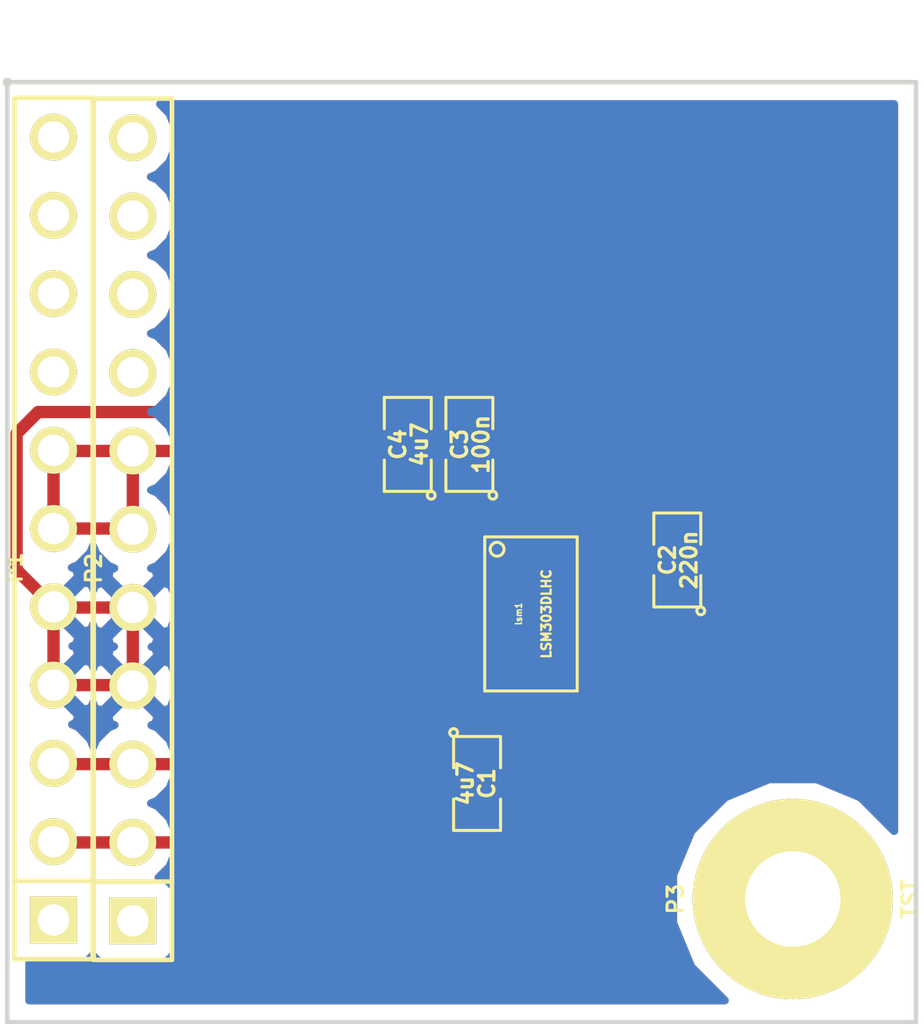
<source format=kicad_pcb>
(kicad_pcb (version 3) (host pcbnew "(2013-07-07 BZR 4022)-stable")

  (general
    (links 23)
    (no_connects 0)
    (area 127.606667 112.000001 242.964763 190.8)
    (thickness 1.6)
    (drawings 10)
    (tracks 72)
    (zones 0)
    (modules 8)
    (nets 8)
  )

  (page A3)
  (layers
    (15 F.Cu signal)
    (0 B.Cu signal)
    (16 B.Adhes user)
    (17 F.Adhes user)
    (18 B.Paste user)
    (19 F.Paste user)
    (20 B.SilkS user)
    (21 F.SilkS user)
    (22 B.Mask user)
    (23 F.Mask user)
    (24 Dwgs.User user)
    (25 Cmts.User user)
    (26 Eco1.User user)
    (27 Eco2.User user)
    (28 Edge.Cuts user)
  )

  (setup
    (last_trace_width 0.4)
    (user_trace_width 0.4)
    (user_trace_width 0.5)
    (user_trace_width 0.6)
    (user_trace_width 0.8)
    (trace_clearance 0.2)
    (zone_clearance 0.508)
    (zone_45_only no)
    (trace_min 0.1524)
    (segment_width 0.2)
    (edge_width 0.15)
    (via_size 0.9)
    (via_drill 0.6)
    (via_min_size 0.8)
    (via_min_drill 0.5)
    (uvia_size 0.5)
    (uvia_drill 0.1)
    (uvias_allowed no)
    (uvia_min_size 0.5)
    (uvia_min_drill 0.1)
    (pcb_text_width 0.3)
    (pcb_text_size 1 1)
    (mod_edge_width 0.15)
    (mod_text_size 1 1)
    (mod_text_width 0.15)
    (pad_size 1.5 1.5)
    (pad_drill 1)
    (pad_to_mask_clearance 0)
    (aux_axis_origin 143.5 136.5)
    (visible_elements 7FFFFFFF)
    (pcbplotparams
      (layerselection 180387841)
      (usegerberextensions true)
      (excludeedgelayer true)
      (linewidth 0.150000)
      (plotframeref false)
      (viasonmask false)
      (mode 1)
      (useauxorigin false)
      (hpglpennumber 1)
      (hpglpenspeed 20)
      (hpglpendiameter 15)
      (hpglpenoverlay 2)
      (psnegative false)
      (psa4output false)
      (plotreference false)
      (plotvalue false)
      (plotothertext false)
      (plotinvisibletext false)
      (padsonsilk false)
      (subtractmaskfromsilk false)
      (outputformat 1)
      (mirror false)
      (drillshape 0)
      (scaleselection 1)
      (outputdirectory ../../../_temp/main-board-2/gerber))
  )

  (net 0 "")
  (net 1 /scl-int)
  (net 2 /sda-int)
  (net 3 GND)
  (net 4 N-0000020)
  (net 5 N-0000021)
  (net 6 N-0000022)
  (net 7 VDD)

  (net_class Default "This is the default net class."
    (clearance 0.2)
    (trace_width 0.254)
    (via_dia 0.9)
    (via_drill 0.6)
    (uvia_dia 0.5)
    (uvia_drill 0.1)
    (add_net "")
    (add_net /scl-int)
    (add_net /sda-int)
    (add_net GND)
    (add_net N-0000020)
    (add_net N-0000021)
    (add_net N-0000022)
    (add_net VDD)
  )

  (net_class Power ""
    (clearance 0.2)
    (trace_width 0.5)
    (via_dia 1)
    (via_drill 0.7)
    (uvia_dia 0.5)
    (uvia_drill 0.1)
  )

  (module PIN_ARRAY-11X1 (layer F.Cu) (tedit 521A4AAF) (tstamp 52B5CE36)
    (at 147.574 152.273 90)
    (descr "Connecteur 6 pins")
    (tags "CONN DEV")
    (path /52B891BD)
    (fp_text reference P2 (at 0 -1.27 90) (layer F.SilkS)
      (effects (font (size 0.5 0.5) (thickness 0.1)))
    )
    (fp_text value "cross board conn" (at 0 1.27 90) (layer F.SilkS) hide
      (effects (font (size 0.5 0.5) (thickness 0.1)))
    )
    (fp_line (start -12.7 -1.27) (end 15.24 -1.27) (layer F.SilkS) (width 0.15))
    (fp_line (start 15.24 -1.27) (end 15.24 1.27) (layer F.SilkS) (width 0.15))
    (fp_line (start 15.24 1.27) (end -12.7 1.27) (layer F.SilkS) (width 0.15))
    (fp_line (start -10.16 -1.27) (end -10.16 1.27) (layer F.SilkS) (width 0.15))
    (fp_line (start -12.7 1.27) (end -12.7 -1.27) (layer F.SilkS) (width 0.15))
    (pad 1 thru_hole rect (at -11.43 0 90) (size 1.524 1.524) (drill 1.016)
      (layers *.Cu *.Mask F.SilkS)
    )
    (pad 2 thru_hole circle (at -8.89 0 90) (size 1.524 1.524) (drill 1.016)
      (layers *.Cu *.Mask F.SilkS)
      (net 2 /sda-int)
    )
    (pad 3 thru_hole circle (at -6.35 0 90) (size 1.524 1.524) (drill 1.016)
      (layers *.Cu *.Mask F.SilkS)
      (net 1 /scl-int)
    )
    (pad 4 thru_hole circle (at -3.81 0 90) (size 1.524 1.524) (drill 1.016)
      (layers *.Cu *.Mask F.SilkS)
      (net 3 GND)
    )
    (pad 5 thru_hole circle (at -1.27 0 90) (size 1.524 1.524) (drill 1.016)
      (layers *.Cu *.Mask F.SilkS)
      (net 3 GND)
    )
    (pad 6 thru_hole circle (at 1.27 0 90) (size 1.524 1.524) (drill 1.016)
      (layers *.Cu *.Mask F.SilkS)
      (net 7 VDD)
    )
    (pad 7 thru_hole circle (at 3.81 0 90) (size 1.524 1.524) (drill 1.015)
      (layers *.Cu *.Mask F.SilkS)
      (net 7 VDD)
    )
    (pad 8 thru_hole circle (at 6.35 0 90) (size 1.524 1.524) (drill 1.015)
      (layers *.Cu *.Mask F.SilkS)
    )
    (pad 9 thru_hole circle (at 8.89 0 90) (size 1.524 1.524) (drill 1.016)
      (layers *.Cu *.Mask F.SilkS)
    )
    (pad 10 thru_hole circle (at 11.43 0 90) (size 1.524 1.524) (drill 1.016)
      (layers *.Cu *.Mask F.SilkS)
    )
    (pad 11 thru_hole circle (at 13.97 0 90) (size 1.524 1.524) (drill 1.016)
      (layers *.Cu *.Mask F.SilkS)
    )
    (model pin_array/pins_array_6x1.wrl
      (at (xyz 0 0 0))
      (scale (xyz 1 1 1))
      (rotate (xyz 0 0 0))
    )
  )

  (module SM0805 (layer F.Cu) (tedit 5091495C) (tstamp 52B883DD)
    (at 158.75 159.25 270)
    (path /52B88C05)
    (attr smd)
    (fp_text reference C1 (at 0 -0.3175 270) (layer F.SilkS)
      (effects (font (size 0.50038 0.50038) (thickness 0.10922)))
    )
    (fp_text value 4u7 (at 0 0.381 270) (layer F.SilkS)
      (effects (font (size 0.50038 0.50038) (thickness 0.10922)))
    )
    (fp_circle (center -1.651 0.762) (end -1.651 0.635) (layer F.SilkS) (width 0.09906))
    (fp_line (start -0.508 0.762) (end -1.524 0.762) (layer F.SilkS) (width 0.09906))
    (fp_line (start -1.524 0.762) (end -1.524 -0.762) (layer F.SilkS) (width 0.09906))
    (fp_line (start -1.524 -0.762) (end -0.508 -0.762) (layer F.SilkS) (width 0.09906))
    (fp_line (start 0.508 -0.762) (end 1.524 -0.762) (layer F.SilkS) (width 0.09906))
    (fp_line (start 1.524 -0.762) (end 1.524 0.762) (layer F.SilkS) (width 0.09906))
    (fp_line (start 1.524 0.762) (end 0.508 0.762) (layer F.SilkS) (width 0.09906))
    (pad 1 smd rect (at -0.9525 0 270) (size 0.889 1.397)
      (layers F.Cu F.Paste F.Mask)
      (net 5 N-0000021)
    )
    (pad 2 smd rect (at 0.9525 0 270) (size 0.889 1.397)
      (layers F.Cu F.Paste F.Mask)
      (net 3 GND)
    )
    (model smd/chip_cms.wrl
      (at (xyz 0 0 0))
      (scale (xyz 0.1 0.1 0.1))
      (rotate (xyz 0 0 0))
    )
  )

  (module SM0805 (layer F.Cu) (tedit 5091495C) (tstamp 52B883EA)
    (at 156.5 148.25 90)
    (path /52B88C0B)
    (attr smd)
    (fp_text reference C4 (at 0 -0.3175 90) (layer F.SilkS)
      (effects (font (size 0.50038 0.50038) (thickness 0.10922)))
    )
    (fp_text value 4u7 (at 0 0.381 90) (layer F.SilkS)
      (effects (font (size 0.50038 0.50038) (thickness 0.10922)))
    )
    (fp_circle (center -1.651 0.762) (end -1.651 0.635) (layer F.SilkS) (width 0.09906))
    (fp_line (start -0.508 0.762) (end -1.524 0.762) (layer F.SilkS) (width 0.09906))
    (fp_line (start -1.524 0.762) (end -1.524 -0.762) (layer F.SilkS) (width 0.09906))
    (fp_line (start -1.524 -0.762) (end -0.508 -0.762) (layer F.SilkS) (width 0.09906))
    (fp_line (start 0.508 -0.762) (end 1.524 -0.762) (layer F.SilkS) (width 0.09906))
    (fp_line (start 1.524 -0.762) (end 1.524 0.762) (layer F.SilkS) (width 0.09906))
    (fp_line (start 1.524 0.762) (end 0.508 0.762) (layer F.SilkS) (width 0.09906))
    (pad 1 smd rect (at -0.9525 0 90) (size 0.889 1.397)
      (layers F.Cu F.Paste F.Mask)
      (net 7 VDD)
    )
    (pad 2 smd rect (at 0.9525 0 90) (size 0.889 1.397)
      (layers F.Cu F.Paste F.Mask)
      (net 3 GND)
    )
    (model smd/chip_cms.wrl
      (at (xyz 0 0 0))
      (scale (xyz 0.1 0.1 0.1))
      (rotate (xyz 0 0 0))
    )
  )

  (module SM0805 (layer F.Cu) (tedit 5091495C) (tstamp 52B883F7)
    (at 158.5 148.25 90)
    (path /52B88C11)
    (attr smd)
    (fp_text reference C3 (at 0 -0.3175 90) (layer F.SilkS)
      (effects (font (size 0.50038 0.50038) (thickness 0.10922)))
    )
    (fp_text value 100n (at 0 0.381 90) (layer F.SilkS)
      (effects (font (size 0.50038 0.50038) (thickness 0.10922)))
    )
    (fp_circle (center -1.651 0.762) (end -1.651 0.635) (layer F.SilkS) (width 0.09906))
    (fp_line (start -0.508 0.762) (end -1.524 0.762) (layer F.SilkS) (width 0.09906))
    (fp_line (start -1.524 0.762) (end -1.524 -0.762) (layer F.SilkS) (width 0.09906))
    (fp_line (start -1.524 -0.762) (end -0.508 -0.762) (layer F.SilkS) (width 0.09906))
    (fp_line (start 0.508 -0.762) (end 1.524 -0.762) (layer F.SilkS) (width 0.09906))
    (fp_line (start 1.524 -0.762) (end 1.524 0.762) (layer F.SilkS) (width 0.09906))
    (fp_line (start 1.524 0.762) (end 0.508 0.762) (layer F.SilkS) (width 0.09906))
    (pad 1 smd rect (at -0.9525 0 90) (size 0.889 1.397)
      (layers F.Cu F.Paste F.Mask)
      (net 7 VDD)
    )
    (pad 2 smd rect (at 0.9525 0 90) (size 0.889 1.397)
      (layers F.Cu F.Paste F.Mask)
      (net 3 GND)
    )
    (model smd/chip_cms.wrl
      (at (xyz 0 0 0))
      (scale (xyz 0.1 0.1 0.1))
      (rotate (xyz 0 0 0))
    )
  )

  (module SM0805 (layer F.Cu) (tedit 5091495C) (tstamp 52B88404)
    (at 165.25 152 90)
    (path /52B88C1B)
    (attr smd)
    (fp_text reference C2 (at 0 -0.3175 90) (layer F.SilkS)
      (effects (font (size 0.50038 0.50038) (thickness 0.10922)))
    )
    (fp_text value 220n (at 0 0.381 90) (layer F.SilkS)
      (effects (font (size 0.50038 0.50038) (thickness 0.10922)))
    )
    (fp_circle (center -1.651 0.762) (end -1.651 0.635) (layer F.SilkS) (width 0.09906))
    (fp_line (start -0.508 0.762) (end -1.524 0.762) (layer F.SilkS) (width 0.09906))
    (fp_line (start -1.524 0.762) (end -1.524 -0.762) (layer F.SilkS) (width 0.09906))
    (fp_line (start -1.524 -0.762) (end -0.508 -0.762) (layer F.SilkS) (width 0.09906))
    (fp_line (start 0.508 -0.762) (end 1.524 -0.762) (layer F.SilkS) (width 0.09906))
    (fp_line (start 1.524 -0.762) (end 1.524 0.762) (layer F.SilkS) (width 0.09906))
    (fp_line (start 1.524 0.762) (end 0.508 0.762) (layer F.SilkS) (width 0.09906))
    (pad 1 smd rect (at -0.9525 0 90) (size 0.889 1.397)
      (layers F.Cu F.Paste F.Mask)
      (net 4 N-0000020)
    )
    (pad 2 smd rect (at 0.9525 0 90) (size 0.889 1.397)
      (layers F.Cu F.Paste F.Mask)
      (net 6 N-0000022)
    )
    (model smd/chip_cms.wrl
      (at (xyz 0 0 0))
      (scale (xyz 0.1 0.1 0.1))
      (rotate (xyz 0 0 0))
    )
  )

  (module lga14-0.3mm (layer F.Cu) (tedit 513CCA69) (tstamp 52B8841B)
    (at 160.5 153.75 90)
    (path /52B88BFF)
    (solder_mask_margin 0.1397)
    (solder_paste_margin 0.1397)
    (clearance 0.1397)
    (fp_text reference lsm1 (at 0 -0.39878 90) (layer F.SilkS)
      (effects (font (size 0.20066 0.20066) (thickness 0.0508)))
    )
    (fp_text value LSM303DLHC (at 0 0.50038 90) (layer F.SilkS)
      (effects (font (size 0.29972 0.29972) (thickness 0.0762)))
    )
    (fp_line (start -2.49936 -1.50114) (end 2.49936 -1.50114) (layer F.SilkS) (width 0.09906))
    (fp_line (start 2.49936 -1.50114) (end 2.49936 1.50114) (layer F.SilkS) (width 0.09906))
    (fp_line (start 2.49936 1.50114) (end -2.49936 1.50114) (layer F.SilkS) (width 0.09906))
    (fp_line (start -2.49936 1.50114) (end -2.49936 -1.50114) (layer F.SilkS) (width 0.09906))
    (fp_circle (center 2.09804 -1.09982) (end 2.2987 -1.20142) (layer F.SilkS) (width 0.09906))
    (pad 11 smd rect (at 0.39878 1.6002 90) (size 0.29972 1.99898)
      (layers F.Cu F.Paste F.Mask)
      (net 3 GND)
    )
    (pad 10 smd rect (at -0.39878 1.6002 90) (size 0.29972 1.99898)
      (layers F.Cu F.Paste F.Mask)
      (net 3 GND)
    )
    (pad 9 smd rect (at -1.19888 1.6002 90) (size 0.29972 1.99898)
      (layers F.Cu F.Paste F.Mask)
    )
    (pad 8 smd rect (at -1.99898 1.6002 90) (size 0.29972 1.99898)
      (layers F.Cu F.Paste F.Mask)
    )
    (pad 12 smd rect (at 1.19888 1.6002 90) (size 0.29972 1.99898)
      (layers F.Cu F.Paste F.Mask)
      (net 4 N-0000020)
    )
    (pad 13 smd rect (at 1.99898 1.6002 90) (size 0.29972 1.99898)
      (layers F.Cu F.Paste F.Mask)
      (net 6 N-0000022)
    )
    (pad 14 smd rect (at 2.60096 0 90) (size 1.99898 0.29972)
      (layers F.Cu F.Paste F.Mask)
      (net 7 VDD)
    )
    (pad 4 smd rect (at -0.39878 -1.6002 90) (size 0.29972 1.99898)
      (layers F.Cu F.Paste F.Mask)
    )
    (pad 3 smd rect (at 0.39878 -1.6002 90) (size 0.29972 1.99898)
      (layers F.Cu F.Paste F.Mask)
      (net 2 /sda-int)
    )
    (pad 2 smd rect (at 1.19888 -1.6002 90) (size 0.29972 1.99898)
      (layers F.Cu F.Paste F.Mask)
      (net 1 /scl-int)
    )
    (pad 1 smd rect (at 1.99898 -1.6002 90) (size 0.29972 1.99898)
      (layers F.Cu F.Paste F.Mask)
      (net 7 VDD)
    )
    (pad 5 smd rect (at -1.19888 -1.6002 90) (size 0.29972 1.99898)
      (layers F.Cu F.Paste F.Mask)
    )
    (pad 6 smd rect (at -1.99898 -1.6002 90) (size 0.29972 1.99898)
      (layers F.Cu F.Paste F.Mask)
      (net 5 N-0000021)
    )
    (pad 7 smd rect (at -2.60096 0 90) (size 1.99898 0.29972)
      (layers F.Cu F.Paste F.Mask)
      (net 3 GND)
    )
  )

  (module m3-screw-hole (layer F.Cu) (tedit 5214C4A4) (tstamp 52B5CE22)
    (at 169 163 90)
    (path /52B8934C)
    (fp_text reference P3 (at 0 -3.81 90) (layer F.SilkS)
      (effects (font (size 0.5 0.5) (thickness 0.1)))
    )
    (fp_text value TST (at 0 3.81 90) (layer F.SilkS)
      (effects (font (size 0.5 0.5) (thickness 0.1)))
    )
    (pad 1 thru_hole circle (at 0 0 90) (size 6.5 6.5) (drill 3.1)
      (layers *.Cu *.Mask F.SilkS)
    )
  )

  (module PIN_ARRAY-11X1 (layer F.Cu) (tedit 521A4AAF) (tstamp 52B5CE3B)
    (at 145 152.25 90)
    (descr "Connecteur 6 pins")
    (tags "CONN DEV")
    (path /52B8919F)
    (fp_text reference P1 (at 0 -1.27 90) (layer F.SilkS)
      (effects (font (size 0.5 0.5) (thickness 0.1)))
    )
    (fp_text value "cross board conn" (at 0 1.27 90) (layer F.SilkS) hide
      (effects (font (size 0.5 0.5) (thickness 0.1)))
    )
    (fp_line (start -12.7 -1.27) (end 15.24 -1.27) (layer F.SilkS) (width 0.15))
    (fp_line (start 15.24 -1.27) (end 15.24 1.27) (layer F.SilkS) (width 0.15))
    (fp_line (start 15.24 1.27) (end -12.7 1.27) (layer F.SilkS) (width 0.15))
    (fp_line (start -10.16 -1.27) (end -10.16 1.27) (layer F.SilkS) (width 0.15))
    (fp_line (start -12.7 1.27) (end -12.7 -1.27) (layer F.SilkS) (width 0.15))
    (pad 1 thru_hole rect (at -11.43 0 90) (size 1.524 1.524) (drill 1.016)
      (layers *.Cu *.Mask F.SilkS)
    )
    (pad 2 thru_hole circle (at -8.89 0 90) (size 1.524 1.524) (drill 1.016)
      (layers *.Cu *.Mask F.SilkS)
      (net 2 /sda-int)
    )
    (pad 3 thru_hole circle (at -6.35 0 90) (size 1.524 1.524) (drill 1.016)
      (layers *.Cu *.Mask F.SilkS)
      (net 1 /scl-int)
    )
    (pad 4 thru_hole circle (at -3.81 0 90) (size 1.524 1.524) (drill 1.016)
      (layers *.Cu *.Mask F.SilkS)
      (net 3 GND)
    )
    (pad 5 thru_hole circle (at -1.27 0 90) (size 1.524 1.524) (drill 1.016)
      (layers *.Cu *.Mask F.SilkS)
      (net 3 GND)
    )
    (pad 6 thru_hole circle (at 1.27 0 90) (size 1.524 1.524) (drill 1.016)
      (layers *.Cu *.Mask F.SilkS)
      (net 7 VDD)
    )
    (pad 7 thru_hole circle (at 3.81 0 90) (size 1.524 1.524) (drill 1.015)
      (layers *.Cu *.Mask F.SilkS)
      (net 7 VDD)
    )
    (pad 8 thru_hole circle (at 6.35 0 90) (size 1.524 1.524) (drill 1.015)
      (layers *.Cu *.Mask F.SilkS)
    )
    (pad 9 thru_hole circle (at 8.89 0 90) (size 1.524 1.524) (drill 1.016)
      (layers *.Cu *.Mask F.SilkS)
    )
    (pad 10 thru_hole circle (at 11.43 0 90) (size 1.524 1.524) (drill 1.016)
      (layers *.Cu *.Mask F.SilkS)
    )
    (pad 11 thru_hole circle (at 13.97 0 90) (size 1.524 1.524) (drill 1.016)
      (layers *.Cu *.Mask F.SilkS)
    )
    (model pin_array/pins_array_6x1.wrl
      (at (xyz 0 0 0))
      (scale (xyz 1 1 1))
      (rotate (xyz 0 0 0))
    )
  )

  (gr_text module (at 157.5 163.75) (layer Eco1.User)
    (effects (font (size 2 2) (thickness 0.3)))
  )
  (gr_text "Accelerometer\nCompass\nThermometer" (at 150 138.75) (layer Eco1.User)
    (effects (font (size 2 2) (thickness 0.3)) (justify left))
  )
  (target plus (at 143.5 136.5) (size 0.005) (width 0.15) (layer Edge.Cuts))
  (gr_line (start 143.5 167) (end 143.5 136.5) (angle 90) (layer Edge.Cuts) (width 0.15))
  (gr_line (start 173 167) (end 143.5 167) (angle 90) (layer Edge.Cuts) (width 0.15))
  (gr_line (start 173 136.5) (end 173 167) (angle 90) (layer Edge.Cuts) (width 0.15))
  (gr_line (start 143.5 136.5) (end 173 136.5) (angle 90) (layer Edge.Cuts) (width 0.15))
  (gr_line (start 169 163.4) (end 169 162.6) (angle 90) (layer Dwgs.User) (width 0.2))
  (gr_line (start 168.6 163) (end 169.4 163) (angle 90) (layer Dwgs.User) (width 0.2))
  (gr_circle (center 169 163) (end 170.5 163) (layer Dwgs.User) (width 0.2))

  (segment (start 147.574 158.623) (end 145.023 158.623) (width 0.4) (layer F.Cu) (net 1))
  (segment (start 145.023 158.623) (end 145 158.6) (width 0.4) (layer F.Cu) (net 1) (tstamp 52B884F0))
  (segment (start 158.8998 152.55112) (end 156.19888 152.55112) (width 0.4) (layer F.Cu) (net 1))
  (segment (start 150.877 158.623) (end 147.574 158.623) (width 0.4) (layer F.Cu) (net 1) (tstamp 52B884EE))
  (segment (start 151.5 158) (end 150.877 158.623) (width 0.4) (layer F.Cu) (net 1) (tstamp 52B884ED))
  (segment (start 151.5 157.25) (end 151.5 158) (width 0.4) (layer F.Cu) (net 1) (tstamp 52B884EC))
  (segment (start 156.19888 152.55112) (end 151.5 157.25) (width 0.4) (layer F.Cu) (net 1) (tstamp 52B884EA))
  (segment (start 147.574 161.163) (end 145.023 161.163) (width 0.4) (layer F.Cu) (net 2))
  (segment (start 145.023 161.163) (end 145 161.14) (width 0.4) (layer F.Cu) (net 2) (tstamp 52B884E8))
  (segment (start 158.8998 153.35122) (end 156.39878 153.35122) (width 0.4) (layer F.Cu) (net 2))
  (segment (start 151.587 161.163) (end 147.574 161.163) (width 0.4) (layer F.Cu) (net 2) (tstamp 52B884E6))
  (segment (start 152.75 160) (end 151.587 161.163) (width 0.4) (layer F.Cu) (net 2) (tstamp 52B884E5))
  (segment (start 152.75 157) (end 152.75 160) (width 0.4) (layer F.Cu) (net 2) (tstamp 52B884E3))
  (segment (start 156.39878 153.35122) (end 152.75 157) (width 0.4) (layer F.Cu) (net 2) (tstamp 52B884E2))
  (segment (start 145 153.52) (end 143.8 152.32) (width 0.4) (layer F.Cu) (net 3))
  (segment (start 156.4025 147.2) (end 156.5 147.2975) (width 0.4) (layer F.Cu) (net 3) (tstamp 52B88597))
  (segment (start 144.5 147.2) (end 156.4025 147.2) (width 0.4) (layer F.Cu) (net 3) (tstamp 52B88590))
  (segment (start 143.8 147.9) (end 144.5 147.2) (width 0.4) (layer F.Cu) (net 3) (tstamp 52B8858D))
  (segment (start 143.8 152.32) (end 143.8 147.9) (width 0.4) (layer F.Cu) (net 3) (tstamp 52B88582))
  (segment (start 158.5 147.2975) (end 164.7975 147.2975) (width 0.4) (layer F.Cu) (net 3))
  (segment (start 166.25 155) (end 165.25 155) (width 0.4) (layer F.Cu) (net 3) (tstamp 52B88552))
  (segment (start 167.25 154) (end 166.25 155) (width 0.4) (layer F.Cu) (net 3) (tstamp 52B88551))
  (segment (start 167.25 149.75) (end 167.25 154) (width 0.4) (layer F.Cu) (net 3) (tstamp 52B8854F))
  (segment (start 164.7975 147.2975) (end 167.25 149.75) (width 0.4) (layer F.Cu) (net 3) (tstamp 52B8854D))
  (segment (start 156.5 147.2975) (end 158.5 147.2975) (width 0.4) (layer F.Cu) (net 3))
  (segment (start 145 156.06) (end 147.551 156.06) (width 0.4) (layer F.Cu) (net 3))
  (segment (start 147.551 156.06) (end 147.574 156.083) (width 0.4) (layer F.Cu) (net 3) (tstamp 52B88547))
  (segment (start 145 153.52) (end 145 156.06) (width 0.4) (layer F.Cu) (net 3))
  (segment (start 147.574 153.543) (end 145.023 153.543) (width 0.4) (layer F.Cu) (net 3))
  (segment (start 145.023 153.543) (end 145 153.52) (width 0.4) (layer F.Cu) (net 3) (tstamp 52B88543))
  (segment (start 147.574 156.083) (end 147.574 153.543) (width 0.4) (layer F.Cu) (net 3))
  (segment (start 163.25 154.14878) (end 163.60122 154.14878) (width 0.4) (layer F.Cu) (net 3))
  (segment (start 163.60122 154.14878) (end 164 153.75) (width 0.4) (layer F.Cu) (net 3) (tstamp 52B8852E))
  (segment (start 165.25 155.89878) (end 165.25 155) (width 0.4) (layer F.Cu) (net 3))
  (segment (start 165.25 155.89878) (end 165.25 156.25) (width 0.4) (layer F.Cu) (net 3) (tstamp 52B8851A))
  (segment (start 165.25 156.25) (end 165.25 157.25) (width 0.4) (layer F.Cu) (net 3) (tstamp 52B8851C))
  (segment (start 165.25 157.25) (end 163.25 159.25) (width 0.4) (layer F.Cu) (net 3) (tstamp 52B88514))
  (segment (start 163.25 159.25) (end 160.5 159.25) (width 0.4) (layer F.Cu) (net 3) (tstamp 52B88515))
  (segment (start 164 153.75) (end 164.5 154.25) (width 0.4) (layer F.Cu) (net 3))
  (segment (start 165.25 155) (end 164.5 154.25) (width 0.4) (layer F.Cu) (net 3) (tstamp 52B88528))
  (segment (start 162.1002 153.35122) (end 163.60122 153.35122) (width 0.4) (layer F.Cu) (net 3))
  (segment (start 163.60122 153.35122) (end 164 153.75) (width 0.4) (layer F.Cu) (net 3) (tstamp 52B8851E))
  (segment (start 162.1002 154.14878) (end 163.25 154.14878) (width 0.4) (layer F.Cu) (net 3))
  (segment (start 158.75 160.2025) (end 158.7975 160.25) (width 0.4) (layer F.Cu) (net 3))
  (segment (start 160.5 159.25) (end 160.5 156.35096) (width 0.4) (layer F.Cu) (net 3) (tstamp 52B88510))
  (segment (start 159.5 160.25) (end 160.5 159.25) (width 0.4) (layer F.Cu) (net 3) (tstamp 52B8850F))
  (segment (start 158.7975 160.25) (end 159.5 160.25) (width 0.4) (layer F.Cu) (net 3) (tstamp 52B8850E))
  (segment (start 162.1002 152.55112) (end 164.84862 152.55112) (width 0.4) (layer F.Cu) (net 4))
  (segment (start 164.84862 152.55112) (end 165.25 152.9525) (width 0.4) (layer F.Cu) (net 4) (tstamp 52B884FC))
  (segment (start 157 156.25) (end 157.50102 155.74898) (width 0.4) (layer F.Cu) (net 5))
  (segment (start 158.75 158.2975) (end 157.5475 158.2975) (width 0.4) (layer F.Cu) (net 5))
  (segment (start 157.5475 158.2975) (end 157 157.75) (width 0.4) (layer F.Cu) (net 5) (tstamp 52B88503))
  (segment (start 158.8998 155.74898) (end 157.50102 155.74898) (width 0.4) (layer F.Cu) (net 5))
  (segment (start 157 156.25) (end 157 157.75) (width 0.4) (layer F.Cu) (net 5) (tstamp 52B88508))
  (segment (start 162.1002 151.75102) (end 164.54648 151.75102) (width 0.4) (layer F.Cu) (net 6))
  (segment (start 164.54648 151.75102) (end 165.25 151.0475) (width 0.4) (layer F.Cu) (net 6) (tstamp 52B884FA))
  (segment (start 147.574 148.463) (end 153.213 148.463) (width 0.4) (layer F.Cu) (net 7))
  (segment (start 153.9525 149.2025) (end 156.5 149.2025) (width 0.4) (layer F.Cu) (net 7) (tstamp 52B8853F))
  (segment (start 153.213 148.463) (end 153.9525 149.2025) (width 0.4) (layer F.Cu) (net 7) (tstamp 52B8853E))
  (segment (start 145 150.98) (end 145 148.44) (width 0.4) (layer F.Cu) (net 7))
  (segment (start 147.574 148.463) (end 145.023 148.463) (width 0.4) (layer F.Cu) (net 7))
  (segment (start 145.023 148.463) (end 145 148.44) (width 0.4) (layer F.Cu) (net 7) (tstamp 52B8853A))
  (segment (start 147.574 151.003) (end 147.574 148.463) (width 0.4) (layer F.Cu) (net 7))
  (segment (start 145 150.98) (end 147.551 150.98) (width 0.4) (layer F.Cu) (net 7))
  (segment (start 147.551 150.98) (end 147.574 151.003) (width 0.4) (layer F.Cu) (net 7) (tstamp 52B88535))
  (segment (start 158.8998 151.75102) (end 157.25102 151.75102) (width 0.4) (layer F.Cu) (net 7))
  (segment (start 157.25102 151.75102) (end 156.5 151) (width 0.4) (layer F.Cu) (net 7) (tstamp 52B884F7))
  (segment (start 156.5 151) (end 156.5 149.2025) (width 0.4) (layer F.Cu) (net 7) (tstamp 52B884F8))
  (segment (start 158.5 149.2025) (end 156.5 149.2025) (width 0.4) (layer F.Cu) (net 7))
  (segment (start 160.5 151.14904) (end 160.5 149.5) (width 0.4) (layer F.Cu) (net 7))
  (segment (start 160.2025 149.2025) (end 158.5 149.2025) (width 0.4) (layer F.Cu) (net 7) (tstamp 52B884F3))
  (segment (start 160.5 149.5) (end 160.2025 149.2025) (width 0.4) (layer F.Cu) (net 7) (tstamp 52B884F2))

  (zone (net 3) (net_name GND) (layer F.Cu) (tstamp 52B88607) (hatch edge 0.508)
    (connect_pads (clearance 0.508))
    (min_thickness 0.254)
    (fill (arc_segments 16) (thermal_gap 0.508) (thermal_bridge_width 0.508))
    (polygon
      (pts
        (xy 173 167) (xy 143.5 167) (xy 143.5 136.5) (xy 173 136.5)
      )
    )
    (filled_polygon
      (pts
        (xy 156.062399 151.743267) (xy 155.879339 151.779681) (xy 155.608445 151.960686) (xy 150.909566 156.659566) (xy 150.728561 156.930459)
        (xy 150.665 157.25) (xy 150.665 157.654132) (xy 150.531132 157.788) (xy 148.983143 157.788) (xy 148.983143 156.290696)
        (xy 148.983143 153.750696) (xy 148.95536 153.195631) (xy 148.796396 152.811858) (xy 148.554212 152.742393) (xy 147.753605 153.543)
        (xy 148.554212 154.343607) (xy 148.796396 154.274142) (xy 148.983143 153.750696) (xy 148.983143 156.290696) (xy 148.95536 155.735631)
        (xy 148.796396 155.351858) (xy 148.554212 155.282393) (xy 148.374607 155.461998) (xy 148.374607 155.102788) (xy 148.305142 154.860604)
        (xy 148.181652 154.816547) (xy 148.305142 154.765396) (xy 148.374607 154.523212) (xy 147.574 153.722605) (xy 147.394395 153.90221)
        (xy 147.394395 153.543) (xy 146.593788 152.742393) (xy 146.351604 152.811858) (xy 146.296222 152.96709) (xy 146.222396 152.788858)
        (xy 145.980212 152.719393) (xy 145.179605 153.52) (xy 145.980212 154.320607) (xy 146.222396 154.251142) (xy 146.277777 154.095909)
        (xy 146.351604 154.274142) (xy 146.593788 154.343607) (xy 147.394395 153.543) (xy 147.394395 153.90221) (xy 146.773393 154.523212)
        (xy 146.842858 154.765396) (xy 146.966347 154.809452) (xy 146.842858 154.860604) (xy 146.773393 155.102788) (xy 147.574 155.903395)
        (xy 148.374607 155.102788) (xy 148.374607 155.461998) (xy 147.753605 156.083) (xy 148.554212 156.883607) (xy 148.796396 156.814142)
        (xy 148.983143 156.290696) (xy 148.983143 157.788) (xy 148.714389 157.788) (xy 148.36637 157.439372) (xy 148.174269 157.359605)
        (xy 148.305142 157.305396) (xy 148.374607 157.063212) (xy 147.574 156.262605) (xy 147.394395 156.44221) (xy 147.394395 156.083)
        (xy 146.593788 155.282393) (xy 146.351604 155.351858) (xy 146.296222 155.50709) (xy 146.222396 155.328858) (xy 145.980212 155.259393)
        (xy 145.179605 156.06) (xy 145.980212 156.860607) (xy 146.222396 156.791142) (xy 146.277777 156.635909) (xy 146.351604 156.814142)
        (xy 146.593788 156.883607) (xy 147.394395 156.083) (xy 147.394395 156.44221) (xy 146.773393 157.063212) (xy 146.842858 157.305396)
        (xy 146.983321 157.355508) (xy 146.783697 157.437991) (xy 146.433076 157.788) (xy 146.163349 157.788) (xy 145.79237 157.416372)
        (xy 145.600269 157.336605) (xy 145.731142 157.282396) (xy 145.800607 157.040212) (xy 145 156.239605) (xy 144.985857 156.253747)
        (xy 144.806252 156.074142) (xy 144.820395 156.06) (xy 144.806252 156.045857) (xy 144.985857 155.866252) (xy 145 155.880395)
        (xy 145.800607 155.079788) (xy 145.731142 154.837604) (xy 145.607652 154.793547) (xy 145.731142 154.742396) (xy 145.800607 154.500212)
        (xy 145 153.699605) (xy 144.985857 153.713747) (xy 144.806252 153.534142) (xy 144.820395 153.52) (xy 144.806252 153.505857)
        (xy 144.985857 153.326252) (xy 145 153.340395) (xy 145.800607 152.539788) (xy 145.731142 152.297604) (xy 145.590678 152.247491)
        (xy 145.790303 152.165009) (xy 146.140923 151.815) (xy 146.41065 151.815) (xy 146.78163 152.186628) (xy 146.97373 152.266394)
        (xy 146.842858 152.320604) (xy 146.773393 152.562788) (xy 147.574 153.363395) (xy 148.374607 152.562788) (xy 148.305142 152.320604)
        (xy 148.164678 152.270491) (xy 148.364303 152.188009) (xy 148.757628 151.79537) (xy 148.970756 151.282099) (xy 148.971241 150.726339)
        (xy 148.759009 150.212697) (xy 148.409 149.862076) (xy 148.409 149.603389) (xy 148.714923 149.298) (xy 152.867131 149.298)
        (xy 153.362065 149.792934) (xy 153.362066 149.792934) (xy 153.632959 149.973939) (xy 153.952499 150.037499) (xy 153.9525 150.0375)
        (xy 155.294075 150.0375) (xy 155.441332 150.185013) (xy 155.665 150.277887) (xy 155.665 151) (xy 155.728561 151.319541)
        (xy 155.909566 151.590434) (xy 156.062399 151.743267)
      )
    )
    (filled_polygon
      (pts
        (xy 172.29 160.796727) (xy 171.203549 159.708378) (xy 169.776164 159.115676) (xy 168.230616 159.114328) (xy 166.8022 159.704537)
        (xy 165.708378 160.796451) (xy 165.115676 162.223836) (xy 165.114328 163.769384) (xy 165.704537 165.1978) (xy 166.794831 166.29)
        (xy 160.08361 166.29) (xy 160.08361 160.772755) (xy 160.0835 160.48825) (xy 159.92475 160.3295) (xy 158.877 160.3295)
        (xy 158.877 161.12325) (xy 159.03575 161.282) (xy 159.322745 161.28211) (xy 159.575364 161.281889) (xy 159.808668 161.185013)
        (xy 159.987141 161.006229) (xy 160.08361 160.772755) (xy 160.08361 166.29) (xy 158.623 166.29) (xy 158.623 161.12325)
        (xy 158.623 160.3295) (xy 157.57525 160.3295) (xy 157.4165 160.48825) (xy 157.41639 160.772755) (xy 157.512859 161.006229)
        (xy 157.691332 161.185013) (xy 157.924636 161.281889) (xy 158.177255 161.28211) (xy 158.46425 161.282) (xy 158.623 161.12325)
        (xy 158.623 166.29) (xy 144.21 166.29) (xy 144.21 165.076975) (xy 144.363755 165.07711) (xy 145.887755 165.07711)
        (xy 146.121229 164.980641) (xy 146.275632 164.826506) (xy 146.451832 165.003013) (xy 146.685136 165.099889) (xy 146.937755 165.10011)
        (xy 148.461755 165.10011) (xy 148.695229 165.003641) (xy 148.874013 164.825168) (xy 148.970889 164.591864) (xy 148.97111 164.339245)
        (xy 148.97111 162.815245) (xy 148.874641 162.581771) (xy 148.696168 162.402987) (xy 148.462864 162.306111) (xy 148.406323 162.306061)
        (xy 148.714923 161.998) (xy 151.587 161.998) (xy 151.90654 161.934439) (xy 151.906541 161.934439) (xy 152.177434 161.753434)
        (xy 153.340434 160.590434) (xy 153.521439 160.319541) (xy 153.521439 160.31954) (xy 153.585 160) (xy 153.585 157.345868)
        (xy 156.744647 154.18622) (xy 157.2652 154.18622) (xy 157.2652 154.424395) (xy 157.316622 154.548848) (xy 157.265421 154.672156)
        (xy 157.2652 154.924775) (xy 157.2652 154.960887) (xy 157.181479 154.977541) (xy 156.910586 155.158546) (xy 156.409566 155.659566)
        (xy 156.228561 155.930459) (xy 156.165 156.25) (xy 156.165 157.75) (xy 156.228561 158.069541) (xy 156.409566 158.340434)
        (xy 156.957065 158.887934) (xy 156.957066 158.887934) (xy 157.227959 159.068939) (xy 157.543226 159.131649) (xy 157.543227 159.13165)
        (xy 157.661371 159.25) (xy 157.512859 159.398771) (xy 157.41639 159.632245) (xy 157.4165 159.91675) (xy 157.57525 160.0755)
        (xy 158.623 160.0755) (xy 158.623 160.0555) (xy 158.877 160.0555) (xy 158.877 160.0755) (xy 159.92475 160.0755)
        (xy 160.0835 159.91675) (xy 160.08361 159.632245) (xy 159.987141 159.398771) (xy 159.838526 159.249897) (xy 159.986513 159.102168)
        (xy 160.083389 158.868864) (xy 160.08361 158.616245) (xy 160.08361 157.927344) (xy 160.223276 157.985339) (xy 160.266393 157.985376)
        (xy 160.42507 157.8267) (xy 160.42507 156.47796) (xy 160.353 156.47796) (xy 160.353 156.343164) (xy 160.437303 156.259008)
        (xy 160.46016 156.20396) (xy 160.539711 156.20396) (xy 160.562069 156.258069) (xy 160.647 156.343147) (xy 160.647 156.47796)
        (xy 160.57493 156.47796) (xy 160.57493 157.8267) (xy 160.733606 157.985376) (xy 160.776724 157.985339) (xy 161.010028 157.888463)
        (xy 161.188501 157.709679) (xy 161.28497 157.476205) (xy 161.28486 156.63671) (xy 161.182061 156.533911) (xy 161.226465 156.53395)
        (xy 163.225445 156.53395) (xy 163.458919 156.437481) (xy 163.637703 156.259008) (xy 163.734579 156.025704) (xy 163.7348 155.773085)
        (xy 163.7348 155.473365) (xy 163.683377 155.348911) (xy 163.734579 155.225604) (xy 163.7348 154.972985) (xy 163.7348 154.673265)
        (xy 163.683384 154.54883) (xy 163.7348 154.424395) (xy 163.73469 154.38246) (xy 163.57594 154.22371) (xy 163.370036 154.22371)
        (xy 163.226554 154.164131) (xy 162.973935 154.16391) (xy 161.9532 154.16391) (xy 161.9532 154.07385) (xy 161.9732 154.07385)
        (xy 161.9732 154.00178) (xy 162.2272 154.00178) (xy 162.2272 154.07385) (xy 162.32372 154.07385) (xy 162.38595 154.13608)
        (xy 162.973935 154.13619) (xy 163.226554 154.135969) (xy 163.376153 154.07385) (xy 163.57594 154.07385) (xy 163.73469 153.9151)
        (xy 163.7348 153.873165) (xy 163.683909 153.75) (xy 163.7348 153.626835) (xy 163.73469 153.5849) (xy 163.628012 153.478222)
        (xy 163.73469 153.478222) (xy 163.73469 153.38612) (xy 163.91639 153.38612) (xy 163.91639 153.522755) (xy 164.012859 153.756229)
        (xy 164.191332 153.935013) (xy 164.424636 154.031889) (xy 164.677255 154.03211) (xy 166.074255 154.03211) (xy 166.307729 153.935641)
        (xy 166.486513 153.757168) (xy 166.583389 153.523864) (xy 166.58361 153.271245) (xy 166.58361 152.382245) (xy 166.487141 152.148771)
        (xy 166.338526 151.999897) (xy 166.486513 151.852168) (xy 166.583389 151.618864) (xy 166.58361 151.366245) (xy 166.58361 150.477245)
        (xy 166.487141 150.243771) (xy 166.308668 150.064987) (xy 166.075364 149.968111) (xy 165.822745 149.96789) (xy 164.425745 149.96789)
        (xy 164.192271 150.064359) (xy 164.013487 150.242832) (xy 163.916611 150.476136) (xy 163.91639 150.728755) (xy 163.91639 150.91602)
        (xy 162.1002 150.91602) (xy 161.848683 150.96605) (xy 161.335 150.96605) (xy 161.335 149.5) (xy 161.271439 149.180459)
        (xy 161.090434 148.909566) (xy 161.090434 148.909565) (xy 160.792934 148.612066) (xy 160.522041 148.431061) (xy 160.2025 148.3675)
        (xy 159.705924 148.3675) (xy 159.588628 148.25) (xy 159.737141 148.101229) (xy 159.83361 147.867755) (xy 159.83361 146.727245)
        (xy 159.737141 146.493771) (xy 159.558668 146.314987) (xy 159.325364 146.218111) (xy 159.072745 146.21789) (xy 158.78575 146.218)
        (xy 158.627 146.37675) (xy 158.627 147.1705) (xy 159.67475 147.1705) (xy 159.8335 147.01175) (xy 159.83361 146.727245)
        (xy 159.83361 147.867755) (xy 159.8335 147.58325) (xy 159.67475 147.4245) (xy 158.627 147.4245) (xy 158.627 147.4445)
        (xy 158.373 147.4445) (xy 158.373 147.4245) (xy 158.373 147.1705) (xy 158.373 146.37675) (xy 158.21425 146.218)
        (xy 157.927255 146.21789) (xy 157.674636 146.218111) (xy 157.5 146.290625) (xy 157.325364 146.218111) (xy 157.072745 146.21789)
        (xy 156.78575 146.218) (xy 156.627 146.37675) (xy 156.627 147.1705) (xy 157.32525 147.1705) (xy 157.67475 147.1705)
        (xy 158.373 147.1705) (xy 158.373 147.4245) (xy 157.67475 147.4245) (xy 157.32525 147.4245) (xy 156.627 147.4245)
        (xy 156.627 147.4445) (xy 156.373 147.4445) (xy 156.373 147.4245) (xy 156.373 147.1705) (xy 156.373 146.37675)
        (xy 156.21425 146.218) (xy 155.927255 146.21789) (xy 155.674636 146.218111) (xy 155.441332 146.314987) (xy 155.262859 146.493771)
        (xy 155.16639 146.727245) (xy 155.1665 147.01175) (xy 155.32525 147.1705) (xy 156.373 147.1705) (xy 156.373 147.4245)
        (xy 155.32525 147.4245) (xy 155.1665 147.58325) (xy 155.16639 147.867755) (xy 155.262859 148.101229) (xy 155.411473 148.250102)
        (xy 155.293871 148.3675) (xy 154.298368 148.3675) (xy 153.803434 147.872566) (xy 153.532541 147.691561) (xy 153.213 147.628)
        (xy 148.714389 147.628) (xy 148.36637 147.279372) (xy 148.158485 147.19305) (xy 148.364303 147.108009) (xy 148.757628 146.71537)
        (xy 148.970756 146.202099) (xy 148.971241 145.646339) (xy 148.759009 145.132697) (xy 148.36637 144.739372) (xy 148.158485 144.65305)
        (xy 148.364303 144.568009) (xy 148.757628 144.17537) (xy 148.970756 143.662099) (xy 148.971241 143.106339) (xy 148.759009 142.592697)
        (xy 148.36637 142.199372) (xy 148.158485 142.11305) (xy 148.364303 142.028009) (xy 148.757628 141.63537) (xy 148.970756 141.122099)
        (xy 148.971241 140.566339) (xy 148.759009 140.052697) (xy 148.36637 139.659372) (xy 148.158485 139.57305) (xy 148.364303 139.488009)
        (xy 148.757628 139.09537) (xy 148.970756 138.582099) (xy 148.971241 138.026339) (xy 148.759009 137.512697) (xy 148.456839 137.21)
        (xy 172.29 137.21) (xy 172.29 160.796727)
      )
    )
  )
  (zone (net 3) (net_name GND) (layer B.Cu) (tstamp 52B8861D) (hatch edge 0.508)
    (connect_pads (clearance 0.508))
    (min_thickness 0.254)
    (fill (arc_segments 16) (thermal_gap 0.508) (thermal_bridge_width 0.508))
    (polygon
      (pts
        (xy 173 167) (xy 143.5 167) (xy 143.5 136.5) (xy 173 136.5)
      )
    )
    (filled_polygon
      (pts
        (xy 172.29 160.796727) (xy 171.203549 159.708378) (xy 169.776164 159.115676) (xy 168.230616 159.114328) (xy 166.8022 159.704537)
        (xy 165.708378 160.796451) (xy 165.115676 162.223836) (xy 165.114328 163.769384) (xy 165.704537 165.1978) (xy 166.794831 166.29)
        (xy 148.983143 166.29) (xy 148.983143 156.290696) (xy 148.983143 153.750696) (xy 148.95536 153.195631) (xy 148.796396 152.811858)
        (xy 148.554212 152.742393) (xy 147.753605 153.543) (xy 148.554212 154.343607) (xy 148.796396 154.274142) (xy 148.983143 153.750696)
        (xy 148.983143 156.290696) (xy 148.95536 155.735631) (xy 148.796396 155.351858) (xy 148.554212 155.282393) (xy 148.374607 155.461998)
        (xy 148.374607 155.102788) (xy 148.305142 154.860604) (xy 148.181652 154.816547) (xy 148.305142 154.765396) (xy 148.374607 154.523212)
        (xy 147.574 153.722605) (xy 147.394395 153.90221) (xy 147.394395 153.543) (xy 146.593788 152.742393) (xy 146.351604 152.811858)
        (xy 146.296222 152.96709) (xy 146.222396 152.788858) (xy 145.980212 152.719393) (xy 145.179605 153.52) (xy 145.980212 154.320607)
        (xy 146.222396 154.251142) (xy 146.277777 154.095909) (xy 146.351604 154.274142) (xy 146.593788 154.343607) (xy 147.394395 153.543)
        (xy 147.394395 153.90221) (xy 146.773393 154.523212) (xy 146.842858 154.765396) (xy 146.966347 154.809452) (xy 146.842858 154.860604)
        (xy 146.773393 155.102788) (xy 147.574 155.903395) (xy 148.374607 155.102788) (xy 148.374607 155.461998) (xy 147.753605 156.083)
        (xy 148.554212 156.883607) (xy 148.796396 156.814142) (xy 148.983143 156.290696) (xy 148.983143 166.29) (xy 144.21 166.29)
        (xy 144.21 165.076975) (xy 144.363755 165.07711) (xy 145.887755 165.07711) (xy 146.121229 164.980641) (xy 146.275632 164.826506)
        (xy 146.451832 165.003013) (xy 146.685136 165.099889) (xy 146.937755 165.10011) (xy 148.461755 165.10011) (xy 148.695229 165.003641)
        (xy 148.874013 164.825168) (xy 148.970889 164.591864) (xy 148.97111 164.339245) (xy 148.97111 162.815245) (xy 148.874641 162.581771)
        (xy 148.696168 162.402987) (xy 148.462864 162.306111) (xy 148.406323 162.306061) (xy 148.757628 161.95537) (xy 148.970756 161.442099)
        (xy 148.971241 160.886339) (xy 148.759009 160.372697) (xy 148.36637 159.979372) (xy 148.158485 159.89305) (xy 148.364303 159.808009)
        (xy 148.757628 159.41537) (xy 148.970756 158.902099) (xy 148.971241 158.346339) (xy 148.759009 157.832697) (xy 148.36637 157.439372)
        (xy 148.174269 157.359605) (xy 148.305142 157.305396) (xy 148.374607 157.063212) (xy 147.574 156.262605) (xy 147.394395 156.44221)
        (xy 147.394395 156.083) (xy 146.593788 155.282393) (xy 146.351604 155.351858) (xy 146.296222 155.50709) (xy 146.222396 155.328858)
        (xy 145.980212 155.259393) (xy 145.179605 156.06) (xy 145.980212 156.860607) (xy 146.222396 156.791142) (xy 146.277777 156.635909)
        (xy 146.351604 156.814142) (xy 146.593788 156.883607) (xy 147.394395 156.083) (xy 147.394395 156.44221) (xy 146.773393 157.063212)
        (xy 146.842858 157.305396) (xy 146.983321 157.355508) (xy 146.783697 157.437991) (xy 146.390372 157.83063) (xy 146.291772 158.068084)
        (xy 146.185009 157.809697) (xy 145.79237 157.416372) (xy 145.600269 157.336605) (xy 145.731142 157.282396) (xy 145.800607 157.040212)
        (xy 145 156.239605) (xy 144.985857 156.253747) (xy 144.806252 156.074142) (xy 144.820395 156.06) (xy 144.806252 156.045857)
        (xy 144.985857 155.866252) (xy 145 155.880395) (xy 145.800607 155.079788) (xy 145.731142 154.837604) (xy 145.607652 154.793547)
        (xy 145.731142 154.742396) (xy 145.800607 154.500212) (xy 145 153.699605) (xy 144.985857 153.713747) (xy 144.806252 153.534142)
        (xy 144.820395 153.52) (xy 144.806252 153.505857) (xy 144.985857 153.326252) (xy 145 153.340395) (xy 145.800607 152.539788)
        (xy 145.731142 152.297604) (xy 145.590678 152.247491) (xy 145.790303 152.165009) (xy 146.183628 151.77237) (xy 146.282227 151.534915)
        (xy 146.388991 151.793303) (xy 146.78163 152.186628) (xy 146.97373 152.266394) (xy 146.842858 152.320604) (xy 146.773393 152.562788)
        (xy 147.574 153.363395) (xy 148.374607 152.562788) (xy 148.305142 152.320604) (xy 148.164678 152.270491) (xy 148.364303 152.188009)
        (xy 148.757628 151.79537) (xy 148.970756 151.282099) (xy 148.971241 150.726339) (xy 148.759009 150.212697) (xy 148.36637 149.819372)
        (xy 148.158485 149.73305) (xy 148.364303 149.648009) (xy 148.757628 149.25537) (xy 148.970756 148.742099) (xy 148.971241 148.186339)
        (xy 148.759009 147.672697) (xy 148.36637 147.279372) (xy 148.158485 147.19305) (xy 148.364303 147.108009) (xy 148.757628 146.71537)
        (xy 148.970756 146.202099) (xy 148.971241 145.646339) (xy 148.759009 145.132697) (xy 148.36637 144.739372) (xy 148.158485 144.65305)
        (xy 148.364303 144.568009) (xy 148.757628 144.17537) (xy 148.970756 143.662099) (xy 148.971241 143.106339) (xy 148.759009 142.592697)
        (xy 148.36637 142.199372) (xy 148.158485 142.11305) (xy 148.364303 142.028009) (xy 148.757628 141.63537) (xy 148.970756 141.122099)
        (xy 148.971241 140.566339) (xy 148.759009 140.052697) (xy 148.36637 139.659372) (xy 148.158485 139.57305) (xy 148.364303 139.488009)
        (xy 148.757628 139.09537) (xy 148.970756 138.582099) (xy 148.971241 138.026339) (xy 148.759009 137.512697) (xy 148.456839 137.21)
        (xy 172.29 137.21) (xy 172.29 160.796727)
      )
    )
  )
)

</source>
